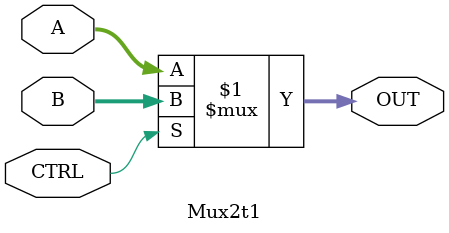
<source format=sv>
/**
cse3341, digital logic 2, lab 5
George Boone
1002055713
*/

module Mux2t1#(
		parameter N = 8
	)(
		input CTRL,				// 0:A, 1:B
		input [N-1:0] A, B,
		output wire [N-1:0] OUT
	);
	
	assign OUT = CTRL ? B : A;
	
endmodule

</source>
